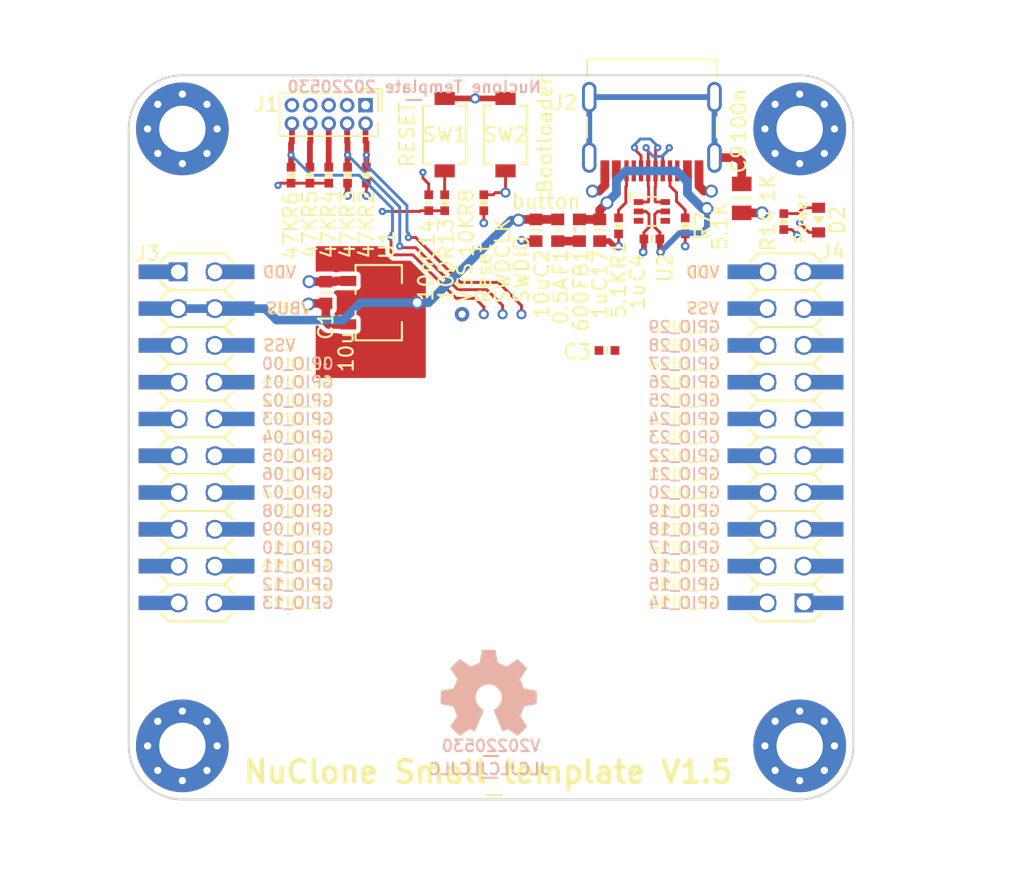
<source format=kicad_pcb>
(kicad_pcb (version 20240108) (generator "pcbnew") (generator_version "8.0")
  (layers (0 "F.Cu" signal) (1 "In1.Cu" signal) (2 "In2.Cu" signal) (31 "B.Cu" signal) (34 "B.Paste" user) (35 "F.Paste" user) (36 "B.SilkS" user "B.Silkscreen") (37 "F.SilkS" user "F.Silkscreen") (38 "B.Mask" user) (39 "F.Mask" user) (44 "Edge.Cuts" user))
  (net 0 "")
  (net 1 "/VBUS")
  (net 2 "Net-(F1-Pad2)")
  (net 3 "/VDD")
  (net 4 "Net-(C9-Pad2)")
  (net 5 "/VSS")
  (net 7 "/GPIO_28")
  (net 8 "/GPIO_29")
  (net 9 "/TMS")
  (net 10 "/TCK")
  (net 11 "/TDO")
  (net 12 "/TDI")
  (net 13 "/RESET")
  (net 14 "Net-(R13-Pad2)")
  (net 15 "Net-(D2-Pad2)")
  (net 16 "Net-(J2-PadB5)")
  (net 19 "Net-(J2-PadA5)")
  (net 20 "/Bootloader")
  (net 21 "/GPIO_20")
  (net 22 "/GPIO_23")
  (net 23 "/GPIO_27")
  (net 24 "/GPIO_16")
  (net 25 "/GPIO_21")
  (net 26 "/GPIO_19")
  (net 27 "/GPIO_17")
  (net 28 "/GPIO_18")
  (net 29 "/GPIO_15")
  (net 30 "/GPIO_14")
  (net 31 "/GPIO_22")
  (net 32 "/GPIO_24")
  (net 33 "/GPIO_25")
  (net 34 "/GPIO_26")
  (net 35 "/GPIO_13")
  (net 36 "/GPIO_12")
  (net 37 "/GPIO_11")
  (net 38 "/GPIO_10")
  (net 39 "/GPIO_09")
  (net 40 "/GPIO_08")
  (net 41 "/GPIO_07")
  (net 42 "/GPIO_06")
  (net 43 "/GPIO_05")
  (net 44 "/GPIO_04")
  (net 45 "/GPIO_03")
  (net 46 "/GPIO_02")
  (net 47 "/GPIO_01")
  (net 48 "/GPIO_00")
  (net 49 "/VUSB")
  (net 50 "/DP")
  (net 51 "/DN")
  (footprint "MountingHole:MountingHole_3.2mm_M3_Pad_Via" (layer "F.Cu") (at 63.7 64.7)
    (property "Reference" "H1" (hide yes))
    (property "Value" "MountingHole" (hide yes))
  )
  (footprint "MountingHole:MountingHole_3.2mm_M3_Pad_Via" (layer "F.Cu") (at 106.3 64.7)
    (property "Reference" "H2" (hide yes))
    (property "Value" "MountingHole" (hide yes))
  )
  (footprint "MountingHole:MountingHole_3.2mm_M3_Pad_Via" (layer "F.Cu") (at 63.7 107.3)
    (property "Reference" "H4" (hide yes))
    (property "Value" "MountingHole" (hide yes))
  )
  (footprint "SquantorLabels:Label_Generic" (layer "F.Cu") (at 85.2 110.1)
    (property "Reference" "N4" (hide yes))
    (property "Value" "NuClone Small template V1.5")
  )
  (footprint "MountingHole:MountingHole_3.2mm_M3_Pad_Via" (layer "F.Cu") (at 106.3 107.3)
    (property "Reference" "H3" (hide yes))
    (property "Value" "MountingHole" (hide yes))
  )
  (footprint "SquantorConnectorsNamed:nuclone_small_right_stacked" (layer "F.Cu") (at 105.32 86 90)
    (property "Reference" "J4")
    (property "Value" "nuclone_small_right")
  )
  (footprint "SquantorConnectorsNamed:nuclone_small_left_stacked" (layer "F.Cu") (at 64.68 86 -90)
    (property "Reference" "J3")
    (property "Value" "nuclone_small_left")
  )
  (footprint "SquantorRcl:R_0402_hand" (layer "F.Cu") (at 105.2 71.1 -90)
    (property "Reference" "R14")
    (property "Value" "1K")
  )
  (footprint "SquantorSwitches:TD-85XU" (layer "F.Cu") (at 86 65.1 -90)
    (property "Reference" "SW2")
    (property "Value" "Bootloader")
  )
  (footprint "SquantorTestPoints:TestPoint_hole_H04R07" (layer "F.Cu") (at 86 69.1)
    (property "Reference" "TP4")
    (property "Value" "button")
  )
  (footprint "SquantorRcl:R_0402_hand" (layer "F.Cu") (at 75.1 67.9 -90)
    (property "Reference" "R3")
    (property "Value" "47K")
  )
  (footprint "SquantorRcl:C_0402" (layer "F.Cu") (at 93 80 180)
    (property "Reference" "C3")
    (property "Value" "1u")
  )
  (footprint "SquantorRcl:C_0805" (layer "F.Cu") (at 102.3 69.5 90)
    (property "Reference" "C9")
    (property "Value" "100n")
  )
  (footprint "SquantorRcl:R_0402_hand" (layer "F.Cu") (at 81.8 69.8 90)
    (property "Reference" "R13")
    (property "Value" "100")
  )
  (footprint "SquantorRcl:R_0402_hand" (layer "F.Cu") (at 84.5 69.8 -90)
    (property "Reference" "R8")
    (property "Value" "10K")
  )
  (footprint "SquantorRcl:R_0402_hand" (layer "F.Cu") (at 98.4 71.4 90)
    (property "Reference" "R7")
    (property "Value" "5.1K")
  )
  (footprint "SquantorRcl:R_0402_hand" (layer "F.Cu") (at 76.4 67.9 -90)
    (property "Reference" "R2")
    (property "Value" "47K")
  )
  (footprint "SquantorRcl:R_0402_hand" (layer "F.Cu") (at 73.8 67.9 -90)
    (property "Reference" "R4")
    (property "Value" "47K")
  )
  (footprint "SquantorRcl:R_0402_hand" (layer "F.Cu") (at 72.5 67.9 -90)
    (property "Reference" "R5")
    (property "Value" "47K")
  )
  (footprint "SquantorRcl:R_0402_hand" (layer "F.Cu") (at 93.8 71.4 90)
    (property "Reference" "R1")
    (property "Value" "5.1K")
  )
  (footprint "SquantorConnectors:Header-0127-2X05-H006" (layer "F.Cu") (at 73.8 63.7 180)
    (property "Reference" "J1")
    (property "Value" "JTAG_2X05")
  )
  (footprint "SquantorIC:SOT89-NXP" (layer "F.Cu") (at 76.9 76.7 -90)
    (property "Reference" "U1")
    (property "Value" "MCP1702-MB")
  )
  (footprint "SquantorRcl:C_0603" (layer "F.Cu") (at 92.5 71.7 90)
    (property "Reference" "C17")
    (property "Value" "1u")
  )
  (footprint "SquantorSwitches:TD-85XU" (layer "F.Cu") (at 81.8 65.1 -90)
    (property "Reference" "SW1")
    (property "Value" "RESET")
  )
  (footprint "SquantorDiodes:LED_0603_hand" (layer "F.Cu") (at 107.6 71 90)
    (property "Reference" "D2")
    (property "Value" "GREEN")
  )
  (footprint "SquantorRcl:F_0603_hand" (layer "F.Cu") (at 89.6 71.7 -90)
    (property "Reference" "F1")
    (property "Value" "0.5A")
  )
  (footprint "SquantorRcl:C_0603" (layer "F.Cu") (at 88.1 71.7 90)
    (property "Reference" "C2")
    (property "Value" "10u")
  )
  (footprint "SquantorRcl:C_0603" (layer "F.Cu") (at 73.6 76 90)
    (property "Reference" "C1")
    (property "Value" "10u")
  )
  (footprint "SquantorRcl:R_0402_hand" (layer "F.Cu") (at 71.2 67.9 -90)
    (property "Reference" "R6")
    (property "Value" "47K")
  )
  (footprint "SquantorRcl:C_0402" (layer "F.Cu") (at 80.7 69.8 -90)
    (property "Reference" "C14")
    (property "Value" "10n")
  )
  (footprint "SquantorRcl:L_0603" (layer "F.Cu") (at 91.1 71.7 90)
    (property "Reference" "FB1")
    (property "Value" "600")
  )
  (footprint "SquantorTestPoints:TestPoint_hole_H05R10" (layer "F.Cu") (at 83 77.5)
    (property "Reference" "TP3")
    (property "Value" "VSS")
  )
  (footprint "SquantorTestPoints:TestPoint_hole_H04R07" (layer "F.Cu") (at 84.5 77.5)
    (property "Reference" "TP5")
    (property "Value" "Reset")
  )
  (footprint "SquantorTestPoints:TestPoint_hole_H04R07" (layer "F.Cu") (at 87.1 77.5)
    (property "Reference" "TP1")
    (property "Value" "SWDIO")
  )
  (footprint "SquantorTestPoints:TestPoint_hole_H04R07" (layer "F.Cu") (at 85.8 77.5)
    (property "Reference" "TP2")
    (property "Value" "SWDCLK")
  )
  (footprint "SquantorUsb:USB-C-HRO-31-M-12" (layer "F.Cu") (at 96.1 67.6 180)
    (property "Reference" "J2")
    (property "Value" "TYPE-C-31-M-12")
  )
  (footprint "SquantorRcl:C_0402" (layer "F.Cu") (at 96.1 72.3 180)
    (property "Reference" "C4")
    (property "Value" "1u")
  )
  (footprint "SquantorIC:SOT363-ONsemi" (layer "F.Cu") (at 96.1 70.4)
    (property "Reference" "U2")
    (property "Value" "TPESD0504C6")
  )
  (footprint "Symbol:OSHW-Symbol_6.7x6mm_SilkScreen" (layer "B.Cu") (at 84.85 103.65 180)
    (property "Reference" "N1" (hide yes))
    (property "Value" "OHWLOGO" (hide yes))
  )
  (footprint "SquantorLabels:Label_Generic" (layer "B.Cu") (at 84.9 108.9 180)
    (property "Reference" "N3" (hide yes))
    (property "Value" "JLCJLCJLCJLC")
  )
  (footprint "SquantorLabels:Label_Generic" (layer "B.Cu") (at 85 107.4 180)
    (property "Reference" "N2" (hide yes))
    (property "Value" "V20220530")
  )
  (footprint "SquantorLabels:Label_Generic" (layer "B.Cu") (at 79.7 62.1 180)
    (property "Reference" "N5" (hide yes))
    (property "Value" "Nuclone Template 20220530")
  )
  (gr_line (start 77.45 61.95) (end 75.9 61.95) (stroke (width 0.15)) (layer "F.SilkS"))
  (gr_line (start 77.45 61.95) (end 77.45 63.5) (stroke (width 0.15)) (layer "F.SilkS"))
  (gr_arc (start 110 107.3) (mid 108.916295 109.916295) (end 106.3 111) (stroke (width 0.15)) (layer "Edge.Cuts"))
  (gr_arc (start 63.7 111) (mid 61.083705 109.916295) (end 60 107.3) (stroke (width 0.15)) (layer "Edge.Cuts"))
  (gr_line (start 60 64.7) (end 60 107.3) (stroke (width 0.15)) (layer "Edge.Cuts"))
  (gr_line (start 106.3 61) (end 63.7 61) (stroke (width 0.15)) (layer "Edge.Cuts"))
  (gr_line (start 110 107.3) (end 110 64.7) (stroke (width 0.15)) (layer "Edge.Cuts"))
  (gr_arc (start 106.3 61) (mid 108.916295 62.083705) (end 110 64.7) (stroke (width 0.15)) (layer "Edge.Cuts"))
  (gr_arc (start 60 64.7) (mid 61.083705 62.083705) (end 63.7 61) (stroke (width 0.15)) (layer "Edge.Cuts"))
  (gr_line (start 63.7 111) (end 106.3 111) (stroke (width 0.15)) (layer "Edge.Cuts"))
  (gr_text "Power" (at 106.4 70.9 90) (layer "F.SilkS") (effects (font (size 0.8 0.8) (thickness 0.12))))
  (segment (start 86.95 70.95) (end 86.9 71) (width 0.6) (layer "F.Cu") (net 1))
  (segment (start 89.6 70.95) (end 88.1 70.95) (width 0.6) (layer "F.Cu") (net 1))
  (segment (start 88.1 70.95) (end 86.95 70.95) (width 0.6) (layer "F.Cu") (net 1))
  (segment (start 79.9 76.7) (end 77.5 76.7) (width 0.6) (layer "F.Cu") (net 1))
  (via (at 79.9 76.7) (size 0.9) (drill 0.6) (layers "F.Cu" "B.Cu") (net 1))
  (via (at 86.9 71) (size 0.9) (drill 0.6) (layers "F.Cu" "B.Cu") (net 1))
  (segment (start 70.2 77.9) (end 74.8 77.9) (width 0.6) (layer "B.Cu") (net 1))
  (segment (start 65.95 77.11) (end 69.41 77.11) (width 0.6) (layer "B.Cu") (net 1))
  (segment (start 74.8 77.9) (end 76 76.7) (width 0.6) (layer "B.Cu") (net 1))
  (segment (start 69.41 77.11) (end 70.2 77.9) (width 0.6) (layer "B.Cu") (net 1))
  (segment (start 63.41 77.11) (end 65.95 77.11) (width 0.6) (layer "B.Cu") (net 1))
  (segment (start 86.4 71) (end 86.9 71) (width 0.6) (layer "B.Cu") (net 1))
  (segment (start 76 76.7) (end 79.9 76.7) (width 0.6) (layer "B.Cu") (net 1))
  (segment (start 79.9 76.7) (end 80.7 76.7) (width 0.6) (layer "B.Cu") (net 1))
  (segment (start 80.7 76.7) (end 86.4 71) (width 0.6) (layer "B.Cu") (net 1))
  (segment (start 91.1 72.45) (end 89.6 72.45) (width 0.6) (layer "F.Cu") (net 2))
  (segment (start 73.6 78) (end 73.6 76.75) (width 0.6) (layer "F.Cu") (net 3))
  (segment (start 72.45 76.75) (end 72.4 76.8) (width 0.6) (layer "F.Cu") (net 3))
  (segment (start 75.15 78.2) (end 73.8 78.2) (width 0.6) (layer "F.Cu") (net 3))
  (segment (start 105.75 71.65) (end 105.2 71.65) (width 0.2) (layer "F.Cu") (net 3))
  (segment (start 71.2 68.45) (end 70.45 68.45) (width 0.2) (layer "F.Cu") (net 3))
  (segment (start 106.1 72) (end 105.75 71.65) (width 0.2) (layer "F.Cu") (net 3))
  (segment (start 73.6 76.75) (end 72.45 76.75) (width 0.6) (layer "F.Cu") (net 3))
  (segment (start 84.5 70.35) (end 84.5 71.2) (width 0.2) (layer "F.Cu") (net 3))
  (segment (start 73.8 68.45) (end 72.5 68.45) (width 0.2) (layer "F.Cu") (net 3))
  (segment (start 73.8 78.2) (end 73.6 78) (width 0.6) (layer "F.Cu") (net 3))
  (segment (start 72.5 68.45) (end 71.2 68.45) (width 0.2) (layer "F.Cu") (net 3))
  (segment (start 76.4 68.45) (end 76.4 69.3) (width 0.2) (layer "F.Cu") (net 3))
  (segment (start 70.45 68.45) (end 70.3 68.6) (width 0.2) (layer "F.Cu") (net 3))
  (via (at 84.5 71.2) (size 0.6) (drill 0.3) (layers "F.Cu" "B.Cu") (net 3))
  (via (at 106.1 72) (size 0.5) (drill 0.2) (layers "F.Cu" "B.Cu") (net 3))
  (via (at 72.4 76.8) (size 0.9) (drill 0.6) (layers "F.Cu" "B.Cu") (net 3))
  (via (at 70.3 68.6) (size 0.5) (drill 0.2) (layers "F.Cu" "B.Cu") (net 3))
  (via (at 76.4 69.3) (size 0.6) (drill 0.3) (layers "F.Cu" "B.Cu") (net 3))
  (segment (start 100.42 66.685) (end 101.985 66.685) (width 0.6) (layer "F.Cu") (net 4))
  (segment (start 102.3 67) (end 102.3 68.5) (width 0.6) (layer "F.Cu") (net 4))
  (segment (start 101.985 66.685) (end 102.3 67) (width 0.6) (layer "F.Cu") (net 4))
  (segment (start 100.42 62.505) (end 100.42 66.685) (width 0.4) (layer "B.Cu") (net 4))
  (segment (start 91.78 62.505) (end 100.42 62.505) (width 0.4) (layer "B.Cu") (net 4))
  (segment (start 91.78 66.685) (end 91.78 62.505) (width 0.4) (layer "B.Cu") (net 4))
  (segment (start 80.3 68.1) (end 80.3 67.7) (width 0.2) (layer "F.Cu") (net 5))
  (segment (start 74.3 75.2) (end 74.25 75.25) (width 0.6) (layer "F.Cu") (net 5))
  (segment (start 74.25 75.25) (end 73.6 75.25) (width 0.6) (layer "F.Cu") (net 5))
  (segment (start 75.15 75.2) (end 74.3 75.2) (width 0.6) (layer "F.Cu") (net 5))
  (segment (start 100.2 69) (end 99.7 69) (width 0.6) (layer "F.Cu") (net 5))
  (segment (start 99.7 69) (end 99.35 68.65) (width 0.6) (layer "F.Cu") (net 5))
  (segment (start 80.7 68.5) (end 80.3 68.1) (width 0.2) (layer "F.Cu") (net 5))
  (segment (start 80.7 69.25) (end 80.7 68.5) (width 0.2) (layer "F.Cu") (net 5))
  (segment (start 99.35 68.65) (end 99.35 67.6) (width 0.6) (layer "F.Cu") (net 5))
  (segment (start 92 69) (end 92.45 69) (width 0.6) (layer "F.Cu") (net 5))
  (segment (start 92.45 69) (end 92.85 68.6) (width 0.6) (layer "F.Cu") (net 5))
  (segment (start 92.85 68.6) (end 92.85 67.6) (width 0.6) (layer "F.Cu") (net 5))
  (segment (start 86 62.6) (end 83.9 62.6) (width 0.4) (layer "F.Cu") (net 5))
  (segment (start 81.8 62.6) (end 83.9 62.6) (width 0.4) (layer "F.Cu") (net 5))
  (segment (start 75.1 68.45) (end 75.1 69.3) (width 0.4) (layer "F.Cu") (net 5))
  (segment (start 102.3 70.5) (end 103.7 70.5) (width 0.6) (layer "F.Cu") (net 5))
  (segment (start 95.9 71.5) (end 95.55 71.85) (width 0.2) (layer "F.Cu") (net 5))
  (segment (start 72.45 75.25) (end 73.6 75.25) (width 0.6) (layer "F.Cu") (net 5))
  (segment (start 95.55 73.15) (end 95.5 73.2) (width 0.4) (layer "F.Cu") (net 5))
  (segment (start 95.55 71.85) (end 95.55 72.3) (width 0.2) (layer "F.Cu") (net 5))
  (segment (start 93.8 72.8) (end 93.5 72.8) (width 0.4) (layer "F.Cu") (net 5))
  (segment (start 95.7 70.4) (end 95.9 70.6) (width 0.2) (layer "F.Cu") (net 5))
  (segment (start 98.4 71.95) (end 98.4 72.8) (width 0.2) (layer "F.Cu") (net 5))
  (segment (start 87.15 72.45) (end 88.1 72.45) (width 0.4) (layer "F.Cu") (net 5))
  (segment (start 93.5 72.8) (end 93.15 72.45) (width 0.4) (layer "F.Cu") (net 5))
  (segment (start 106.95 71.85) (end 106.3 71.2) (width 0.2) (layer "F.Cu") (net 5))
  (segment (start 95.18 70.4) (end 95.7 70.4) (width 0.2) (layer "F.Cu") (net 5))
  (segment (start 93.8 71.95) (end 93.8 72.8) (width 0.2) (layer "F.Cu") (net 5))
  (segment (start 95.9 70.6) (end 95.9 71.5) (width 0.2) (layer "F.Cu") (net 5))
  (segment (start 87.1 72.4) (end 87.15 72.45) (width 0.4) (layer "F.Cu") (net 5))
  (segment (start 95.55 72.3) (end 95.55 73.15) (width 0.4) (layer "F.Cu") (net 5))
  (segment (start 107.6 71.85) (end 106.95 71.85) (width 0.2) (layer "F.Cu") (net 5))
  (segment (start 93.15 72.45) (end 92.5 72.45) (width 0.4) (layer "F.Cu") (net 5))
  (via (at 100.2 69) (size 0.9) (drill 0.6) (layers "F.Cu" "B.Cu") (net 5))
  (via (at 80.3 67.7) (size 0.5) (drill 0.2) (layers "F.Cu" "B.Cu") (net 5))
  (via (at 92 69) (size 0.9) (drill 0.6) (layers "F.Cu" "B.Cu") (net 5))
  (via (at 83.9 62.6) (size 0.7) (drill 0.4) (layers "F.Cu" "B.Cu") (net 5))
  (via (at 75.1 69.3) (size 0.6) (drill 0.3) (layers "F.Cu" "B.Cu") (net 5))
  (via (at 106.3 71.2) (size 0.5) (drill 0.2) (layers "F.Cu" "B.Cu") (net 5))
  (via (at 98.4 72.8) (size 0.6) (drill 0.3) (layers "F.Cu" "B.Cu") (net 5))
  (via (at 103.7 70.5) (size 0.9) (drill 0.6) (layers "F.Cu" "B.Cu") (net 5))
  (via (at 87.1 72.4) (size 0.6) (drill 0.3) (layers "F.Cu" "B.Cu") (net 5))
  (via (at 72.45 75.25) (size 0.9) (drill 0.6) (layers "F.Cu" "B.Cu") (net 5))
  (via (at 93.8 72.8) (size 0.6) (drill 0.3) (layers "F.Cu" "B.Cu") (net 5))
  (via (at 95.5 73.2) (size 0.6) (drill 0.3) (layers "F.Cu" "B.Cu") (net 5))
  (segment (start 76.4 65.65) (end 76.4 66.5) (width 0.4) (layer "F.Cu") (net 9))
  (segment (start 76.4 67.35) (end 76.4 66.5) (width 0.4) (layer "F.Cu") (net 9))
  (segment (start 76.34 65.59) (end 76.4 65.65) (width 0.4) (layer "F.Cu") (net 9))
  (segment (start 76.34 64.335) (end 76.34 65.59) (width 0.4) (layer "F.Cu") (net 9))
  (segment (start 79.3 72.2) (end 79.8 72.2) (width 0.2) (layer "F.Cu") (net 9))
  (segment (start 87.1 76.9) (end 87.1 77.5) (width 0.2) (layer "F.Cu") (net 9))
  (segment (start 82.9 75.3) (end 85.5 75.3) (width 0.2) (layer "F.Cu") (net 9))
  (segment (start 79.8 72.2) (end 82.9 75.3) (width 0.2) (layer "F.Cu") (net 9))
  (segment (start 85.5 75.3) (end 87.1 76.9) (width 0.2) (layer "F.Cu") (net 9))
  (via (at 79.3 72.2) (size 0.5) (drill 0.2) (layers "F.Cu" "B.Cu") (net 9))
  (via (at 76.4 66.5) (size 0.5) (drill 0.2) (layers "F.Cu" "B.Cu") (net 9))
  (segment (start 79.2 70) (end 76.4 67.2) (width 0.2) (layer "B.Cu") (net 9))
  (segment (start 79.3 72.2) (end 79.3 71.9) (width 0.2) (layer "B.Cu") (net 9))
  (segment (start 79.3 71.9) (end 79.2 71.8) (width 0.2) (layer "B.Cu") (net 9))
  (segment (start 76.4 66.9) (end 76.4 66.5) (width 0.2) (layer "B.Cu") (net 9))
  (segment (start 79.2 71.8) (end 79.2 70) (width 0.2) (layer "B.Cu") (net 9))
  (segment (start 76.4 67.2) (end 76.4 66.9) (width 0.2) (layer "B.Cu") (net 9))
  (segment (start 75.07 65.62) (end 75.1 65.65) (width 0.4) (layer "F.Cu") (net 10))
  (segment (start 75.07 64.335) (end 75.07 65.62) (width 0.4) (layer "F.Cu") (net 10))
  (segment (start 75.1 65.65) (end 75.1 66.5) (width 0.4) (layer "F.Cu") (net 10))
  (segment (start 75.1 67.35) (end 75.1 66.5) (width 0.4) (layer "F.Cu") (net 10))
  (segment (start 79.8 72.9) (end 82.7 75.8) (width 0.2) (layer "F.Cu") (net 10))
  (segment (start 78.7 72.8) (end 78.8 72.9) (width 0.2) (layer "F.Cu") (net 10))
  (segment (start 85.8 76.9) (end 85.8 77.5) (width 0.2) (layer "F.Cu") (net 10))
  (segment (start 82.7 75.8) (end 84.7 75.8) (width 0.2) (layer "F.Cu") (net 10))
  (segment (start 84.7 75.8) (end 85.8 76.9) (width 0.2) (layer "F.Cu") (net 10))
  (segment (start 78.8 72.9) (end 79.8 72.9) (width 0.2) (layer "F.Cu") (net 10))
  (via (at 78.7 72.8) (size 0.5) (drill 0.2) (layers "F.Cu" "B.Cu") (net 10))
  (via (at 75.1 66.5) (size 0.5) (drill 0.2) (layers "F.Cu" "B.Cu") (net 10))
  (segment (start 78.7 72.8) (end 78.7 70.1) (width 0.2) (layer "B.Cu") (net 10))
  (segment (start 78.7 70.1) (end 75.9 67.3) (width 0.2) (layer "B.Cu") (net 10))
  (segment (start 75.9 67.3) (end 75.1 66.5) (width 0.2) (layer "B.Cu") (net 10))
  (segment (start 73.8 64.335) (end 73.8 65.65) (width 0.4) (layer "F.Cu") (net 11))
  (segment (start 73.8 67.35) (end 73.8 66.5) (width 0.4) (layer "F.Cu") (net 11))
  (segment (start 73.8 65.65) (end 73.8 66.5) (width 0.4) (layer "F.Cu") (net 11))
  (segment (start 72.53 64.335) (end 72.53 65.62) (width 0.4) (layer "F.Cu") (net 12))
  (segment (start 72.53 65.62) (end 72.5 65.65) (width 0.4) (layer "F.Cu") (net 12))
  (segment (start 72.5 67.35) (end 72.5 66.5) (width 0.4) (layer "F.Cu") (net 12))
  (segment (start 72.5 65.65) (end 72.5 66.5) (width 0.4) (layer "F.Cu") (net 12))
  (segment (start 71.26 64.335) (end 71.26 65.64) (width 0.4) (layer "F.Cu") (net 13))
  (segment (start 71.26 65.64) (end 71.2 65.7) (width 0.4) (layer "F.Cu") (net 13))
  (segment (start 71.2 65.7) (end 71.2 66.5) (width 0.4) (layer "F.Cu") (net 13))
  (segment (start 81.8 70.35) (end 80.7 70.35) (width 0.2) (layer "F.Cu") (net 13))
  (segment (start 71.2 67.35) (end 71.2 66.5) (width 0.4) (layer "F.Cu") (net 13))
  (segment (start 80.1 70.4) (end 80.15 70.35) (width 0.2) (layer "F.Cu") (net 13))
  (segment (start 80.15 70.35) (end 80.7 70.35) (width 0.2) (layer "F.Cu") (net 13))
  (segment (start 77.5 70.4) (end 80.1 70.4) (width 0.2) (layer "F.Cu") (net 13))
  (segment (start 78.1 73.2) (end 78.3 73.4) (width 0.2) (layer "F.Cu") (net 13))
  (segment (start 84.5 77) (end 84.5 77.5) (width 0.2) (layer "F.Cu") (net 13))
  (segment (start 78.3 73.4) (end 79.6 73.4) (width 0.2) (layer "F.Cu") (net 13))
  (segment (start 78.1 72.2) (end 78.1 73.2) (width 0.2) (layer "F.Cu") (net 13))
  (segment (start 82.6 76.4) (end 83.9 76.4) (width 0.2) (layer "F.Cu") (net 13))
  (segment (start 79.6 73.4) (end 82.6 76.4) (width 0.2) (layer "F.Cu") (net 13))
  (segment (start 83.9 76.4) (end 84.5 77) (width 0.2) (layer "F.Cu") (net 13))
  (via (at 71.2 66.5) (size 0.5) (drill 0.2) (layers "F.Cu" "B.Cu") (net 13))
  (via (at 77.5 70.4) (size 0.5) (drill 0.2) (layers "F.Cu" "B.Cu") (net 13))
  (via (at 78.1 72.2) (size 0.5) (drill 0.2) (layers "F.Cu" "B.Cu") (net 13))
  (segment (start 78.2 71.8) (end 78.2 70.4) (width 0.2) (layer "B.Cu") (net 13))
  (segment (start 78.2 70.4) (end 78.2 70.2) (width 0.2) (layer "B.Cu") (net 13))
  (segment (start 77.5 70.4) (end 78.2 70.4) (width 0.2) (layer "B.Cu") (net 13))
  (segment (start 78.2 70.2) (end 75.9 67.9) (width 0.2) (layer "B.Cu") (net 13))
  (segment (start 78.1 72.2) (end 78.1 71.9) (width 0.2) (layer "B.Cu") (net 13))
  (segment (start 78.1 71.9) (end 78.2 71.8) (width 0.2) (layer "B.Cu") (net 13))
  (segment (start 75.9 67.9) (end 72.6 67.9) (width 0.2) (layer "B.Cu") (net 13))
  (segment (start 72.6 67.9) (end 71.2 66.5) (width 0.2) (layer "B.Cu") (net 13))
  (segment (start 81.8 67.6) (end 81.8 69.25) (width 0.2) (layer "F.Cu") (net 14))
  (segment (start 106.55 70.15) (end 106.15 70.55) (width 0.2) (layer "F.Cu") (net 15))
  (segment (start 107.6 70.15) (end 106.55 70.15) (width 0.2) (layer "F.Cu") (net 15))
  (segment (start 106.15 70.55) (end 105.2 70.55) (width 0.2) (layer "F.Cu") (net 15))
  (segment (start 94.3 69.8) (end 93.8 70.3) (width 0.2) (layer "F.Cu") (net 16))
  (segment (start 94.35 68.65) (end 94.3 68.7) (width 0.2) (layer "F.Cu") (net 16))
  (segment (start 94.35 67.6) (end 94.35 68.65) (width 0.2) (layer "F.Cu") (net 16))
  (segment (start 94.3 68.7) (end 94.3 69.8) (width 0.2) (layer "F.Cu") (net 16))
  (segment (start 93.8 70.3) (end 93.8 70.85) (width 0.2) (layer "F.Cu") (net 16))
  (segment (start 97.8 69.7) (end 98.4 70.3) (width 0.2) (layer "F.Cu") (net 19))
  (segment (start 97.35 67.6) (end 97.35 68.65) (width 0.2) (layer "F.Cu") (net 19))
  (segment (start 98.4 70.3) (end 98.4 70.85) (width 0.2) (layer "F.Cu") (net 19))
  (segment (start 97.8 69.1) (end 97.8 69.7) (width 0.2) (layer "F.Cu") (net 19))
  (segment (start 97.35 68.65) (end 97.8 69.1) (width 0.2) (layer "F.Cu") (net 19))
  (segment (start 85.15 69.25) (end 85.3 69.1) (width 0.2) (layer "F.Cu") (net 20))
  (segment (start 85.3 69.1) (end 86 69.1) (width 0.2) (layer "F.Cu") (net 20))
  (segment (start 84.5 69.25) (end 85.15 69.25) (width 0.2) (layer "F.Cu") (net 20))
  (segment (start 86 67.6) (end 86 69.1) (width 0.2) (layer "F.Cu") (net 20))
  (segment (start 92.5 70.95) (end 91.1 70.95) (width 0.6) (layer "F.Cu") (net 49))
  (segment (start 93 69.8) (end 92.5 70.3) (width 0.6) (layer "F.Cu") (net 49))
  (segment (start 93 69.8) (end 93.65 69.15) (width 0.6) (layer "F.Cu") (net 49))
  (segment (start 92.5 70.3) (end 92.5 70.95) (width 0.6) (layer "F.Cu") (net 49))
  (segment (start 96.3 71.5) (end 96.65 71.85) (width 0.2) (layer "F.Cu") (net 49))
  (segment (start 96.65 73.15) (end 96.7 73.2) (width 0.4) (layer "F.Cu") (net 49))
  (segment (start 96.65 71.85) (end 96.65 72.3) (width 0.2) (layer "F.Cu") (net 49))
  (segment (start 93.65 69.15) (end 93.65 67.6) (width 0.6) (layer "F.Cu") (net 49))
  (segment (start 98.55 69.15) (end 98.55 67.6) (width 0.6) (layer "F.Cu") (net 49))
  (segment (start 96.5 70.4) (end 96.3 70.6) (width 0.2) (layer "F.Cu") (net 49))
  (segment (start 97.02 70.4) (end 96.5 70.4) (width 0.2) (layer "F.Cu") (net 49))
  (segment (start 99.6 70.2) (end 98.55 69.15) (width 0.6) (layer "F.Cu") (net 49))
  (segment (start 96.3 70.6) (end 96.3 71.5) (width 0.2) (layer "F.Cu") (net 49))
  (segment (start 99.9 70.2) (end 99.6 70.2) (width 0.6) (layer "F.Cu") (net 49))
  (segment (start 96.65 72.3) (end 96.65 73.15) (width 0.4) (layer "F.Cu") (net 49))
  (via (at 96.7 73.2) (size 0.6) (drill 0.3) (layers "F.Cu" "B.Cu") (net 49))
  (via (at 99.9 70.2) (size 0.9) (drill 0.6) (layers "F.Cu" "B.Cu") (net 49))
  (via (at 93 69.8) (size 0.9) (drill 0.6) (layers "F.Cu" "B.Cu") (net 49))
  (segment (start 94.3 67.6) (end 93.65 68.25) (width 0.6) (layer "B.Cu") (net 49))
  (segment (start 98.55 69.15) (end 98.55 68.35) (width 0.6) (layer "B.Cu") (net 49))
  (segment (start 99.9 71.5) (end 99.9 70.2) (width 0.4) (layer "B.Cu") (net 49))
  (segment (start 99.6 70.2) (end 98.55 69.15) (width 0.6) (layer "B.Cu") (net 49))
  (segment (start 93.65 69.15) (end 93 69.8) (width 0.6) (layer "B.Cu") (net 49))
  (segment (start 97.8 67.6) (end 94.3 67.6) (width 0.6) (layer "B.Cu") (net 49))
  (segment (start 96.7 73.2) (end 98 71.9) (width 0.4) (layer "B.Cu") (net 49))
  (segment (start 93.65 68.25) (end 93.65 69.15) (width 0.6) (layer "B.Cu") (net 49))
  (segment (start 98.55 68.35) (end 97.8 67.6) (width 0.6) (layer "B.Cu") (net 49))
  (segment (start 98 71.9) (end 99.5 71.9) (width 0.4) (layer "B.Cu") (net 49))
  (segment (start 99.9 70.2) (end 99.6 70.2) (width 0.6) (layer "B.Cu") (net 49))
  (segment (start 99.5 71.9) (end 99.9 71.5) (width 0.4) (layer "B.Cu") (net 49))
  (segment (start 95.35 67.6) (end 95.35 66.55) (width 0.2) (layer "F.Cu") (net 50))
  (segment (start 95.35 66.55) (end 94.9 66.1) (width 0.2) (layer "F.Cu") (net 50))
  (segment (start 94.9 66.1) (end 94.9 66) (width 0.2) (layer "F.Cu") (net 50))
  (segment (start 96.35 67.6) (end 96.35 66.15) (width 0.2) (layer "F.Cu") (net 50))
  (segment (start 96.35 66.15) (end 96.5 66) (width 0.2) (layer "F.Cu") (net 50))
  (segment (start 95.35 67.8) (end 95.35 68.05) (width 0.2) (layer "F.Cu") (net 50))
  (segment (start 95.35 67.6) (end 95.35 68.05) (width 0.2) (layer "F.Cu") (net 50))
  (segment (start 96.35 67.6) (end 96.35 68.687501) (width 0.2) (layer "F.Cu") (net 50))
  (segment (start 96.375 69.75) (end 97.02 69.75) (width 0.2) (layer "F.Cu") (net 50))
  (segment (start 96.35 68.687501) (end 96.325 68.712501) (width 0.2) (layer "F.Cu") (net 50))
  (segment (start 96.325 68.712501) (end 96.325 69.7) (width 0.2) (layer "F.Cu") (net 50))
  (segment (start 96.325 69.7) (end 96.375 69.75) (width 0.2) (layer "F.Cu") (net 50))
  (via (at 96.5 66) (size 0.5) (drill 0.2) (layers "F.Cu" "B.Cu") (net 50))
  (via (at 94.9 66) (size 0.5) (drill 0.2) (layers "F.Cu" "B.Cu") (net 50))
  (segment (start 94.9 66) (end 94.9 65.8) (width 0.2) (layer "B.Cu") (net 50))
  (segment (start 94.9 65.8) (end 95.3 65.4) (width 0.2) (layer "B.Cu") (net 50))
  (segment (start 96 65.4) (end 96.5 65.9) (width 0.2) (layer "B.Cu") (net 50))
  (segment (start 95.3 65.4) (end 96 65.4) (width 0.2) (layer "B.Cu") (net 50))
  (segment (start 96.5 65.9) (end 96.5 66) (width 0.2) (layer "B.Cu") (net 50))
  (segment (start 95.7 66.1) (end 95.7 66) (width 0.2) (layer "F.Cu") (net 51))
  (segment (start 95.85 66.25) (end 95.7 66.1) (width 0.2) (layer "F.Cu") (net 51))
  (segment (start 95.85 66.3) (end 95.85 66.25) (width 0.2) (layer "F.Cu") (net 51))
  (segment (start 96.85 66.55) (end 97.3 66.1) (width 0.2) (layer "F.Cu") (net 51))
  (segment (start 97.3 66.1) (end 97.3 66) (width 0.2) (layer "F.Cu") (net 51))
  (segment (start 96.85 67.6) (end 96.85 66.55) (width 0.2) (layer "F.Cu") (net 51))
  (segment (start 95.85 67.75) (end 95.85 66.3) (width 0.2) (layer "F.Cu") (net 51))
  (segment (start 95.875 68.712501) (end 95.875 69.7) (width 0.2) (layer "F.Cu") (net 51))
  (segment (start 95.85 67.6) (end 95.85 68.687501) (width 0.2) (layer "F.Cu") (net 51))
  (segment (start 95.85 68.687501) (end 95.875 68.712501) (width 0.2) (layer "F.Cu") (net 51))
  (segment (start 95.875 69.7) (end 95.825 69.75) (width 0.2) (layer "F.Cu") (net 51))
  (segment (start 95.825 69.75) (end 95.18 69.75) (width 0.2) (layer "F.Cu") (net 51))
  (via (at 95.7 66) (size 0.5) (drill 0.2) (layers "F.Cu" "B.Cu") (net 51))
  (via (at 97.3 66) (size 0.5) (drill 0.2) (layers "F.Cu" "B.Cu") (net 51))
  (segment (start 97.3 66) (end 97.3 66.1) (width 0.2) (layer "B.Cu") (net 51))
  (segment (start 96.2 66.6) (end 95.7 66.1) (width 0.2) (layer "B.Cu") (net 51))
  (segment (start 97.3 66.1) (end 96.8 66.6) (width 0.2) (layer "B.Cu") (net 51))
  (segment (start 96.8 66.6) (end 96.2 66.6) (width 0.2) (layer "B.Cu") (net 51))
  (segment (start 95.7 66.1) (end 95.7 66) (width 0.2) (layer "B.Cu") (net 51))
  (zone (net 1) (net_name "/VBUS") (layer "F.Cu") (connect_pads (clearance 0.3)) (min_thickness 0.2) (fill yes (thermal_gap 0.2) (thermal_bridge_width 0.4))
    (polygon (pts (xy 80.5 81.9) (xy 72.9 81.9) (xy 72.9 72.8) (xy 80.5 72.8)))
  )
  (zone (net 0) (net_name "") (layer "F.Cu") (connect_pads (clearance 0)) (min_thickness 0.254)
    (keepout (tracks allowed) (vias allowed) (pads allowed) (copperpour not_allowed) (footprints allowed))
    (fill (thermal_gap 0.508) (thermal_bridge_width 0.508))
    (polygon (pts (xy 101.3 68.7) (xy 90.9 68.7) (xy 90.9 59.9) (xy 101.3 59.9)))
  )
)
</source>
